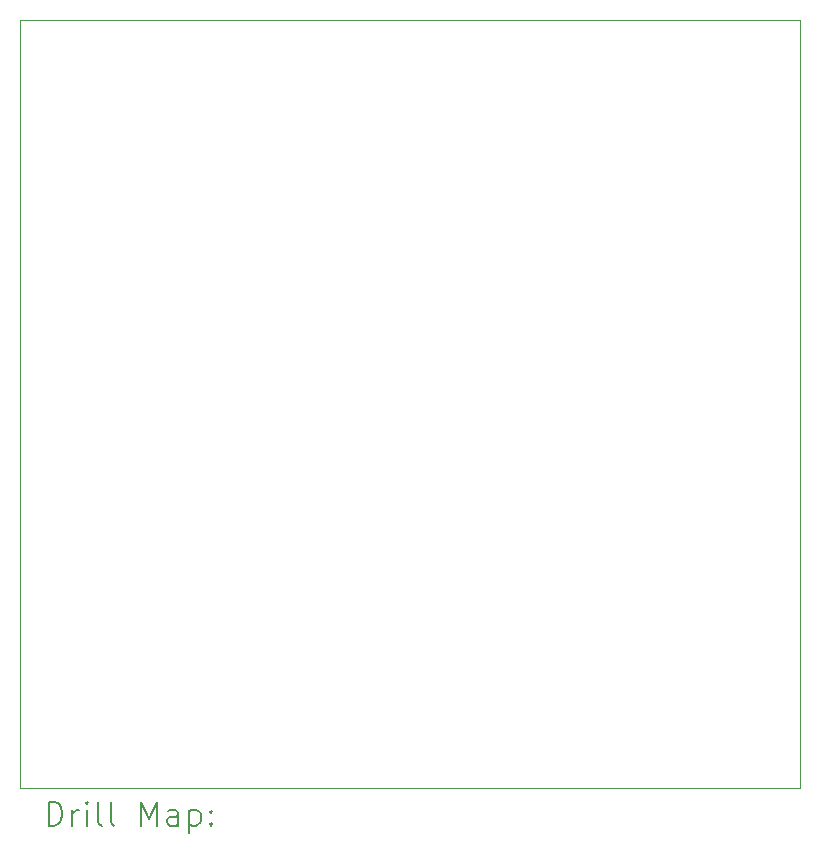
<source format=gbr>
%TF.GenerationSoftware,KiCad,Pcbnew,7.0.1-0*%
%TF.CreationDate,2023-05-12T11:36:12+01:00*%
%TF.ProjectId,rs232,72733233-322e-46b6-9963-61645f706362,rev?*%
%TF.SameCoordinates,Original*%
%TF.FileFunction,Drillmap*%
%TF.FilePolarity,Positive*%
%FSLAX45Y45*%
G04 Gerber Fmt 4.5, Leading zero omitted, Abs format (unit mm)*
G04 Created by KiCad (PCBNEW 7.0.1-0) date 2023-05-12 11:36:12*
%MOMM*%
%LPD*%
G01*
G04 APERTURE LIST*
%ADD10C,0.100000*%
%ADD11C,0.200000*%
G04 APERTURE END LIST*
D10*
X17700000Y-8400000D02*
X24300000Y-8400000D01*
X24300000Y-14900000D01*
X17700000Y-14900000D01*
X17700000Y-8400000D01*
D11*
X17942619Y-15217524D02*
X17942619Y-15017524D01*
X17942619Y-15017524D02*
X17990238Y-15017524D01*
X17990238Y-15017524D02*
X18018810Y-15027048D01*
X18018810Y-15027048D02*
X18037857Y-15046095D01*
X18037857Y-15046095D02*
X18047381Y-15065143D01*
X18047381Y-15065143D02*
X18056905Y-15103238D01*
X18056905Y-15103238D02*
X18056905Y-15131809D01*
X18056905Y-15131809D02*
X18047381Y-15169905D01*
X18047381Y-15169905D02*
X18037857Y-15188952D01*
X18037857Y-15188952D02*
X18018810Y-15208000D01*
X18018810Y-15208000D02*
X17990238Y-15217524D01*
X17990238Y-15217524D02*
X17942619Y-15217524D01*
X18142619Y-15217524D02*
X18142619Y-15084190D01*
X18142619Y-15122286D02*
X18152143Y-15103238D01*
X18152143Y-15103238D02*
X18161667Y-15093714D01*
X18161667Y-15093714D02*
X18180714Y-15084190D01*
X18180714Y-15084190D02*
X18199762Y-15084190D01*
X18266429Y-15217524D02*
X18266429Y-15084190D01*
X18266429Y-15017524D02*
X18256905Y-15027048D01*
X18256905Y-15027048D02*
X18266429Y-15036571D01*
X18266429Y-15036571D02*
X18275952Y-15027048D01*
X18275952Y-15027048D02*
X18266429Y-15017524D01*
X18266429Y-15017524D02*
X18266429Y-15036571D01*
X18390238Y-15217524D02*
X18371190Y-15208000D01*
X18371190Y-15208000D02*
X18361667Y-15188952D01*
X18361667Y-15188952D02*
X18361667Y-15017524D01*
X18495000Y-15217524D02*
X18475952Y-15208000D01*
X18475952Y-15208000D02*
X18466429Y-15188952D01*
X18466429Y-15188952D02*
X18466429Y-15017524D01*
X18723571Y-15217524D02*
X18723571Y-15017524D01*
X18723571Y-15017524D02*
X18790238Y-15160381D01*
X18790238Y-15160381D02*
X18856905Y-15017524D01*
X18856905Y-15017524D02*
X18856905Y-15217524D01*
X19037857Y-15217524D02*
X19037857Y-15112762D01*
X19037857Y-15112762D02*
X19028333Y-15093714D01*
X19028333Y-15093714D02*
X19009286Y-15084190D01*
X19009286Y-15084190D02*
X18971190Y-15084190D01*
X18971190Y-15084190D02*
X18952143Y-15093714D01*
X19037857Y-15208000D02*
X19018810Y-15217524D01*
X19018810Y-15217524D02*
X18971190Y-15217524D01*
X18971190Y-15217524D02*
X18952143Y-15208000D01*
X18952143Y-15208000D02*
X18942619Y-15188952D01*
X18942619Y-15188952D02*
X18942619Y-15169905D01*
X18942619Y-15169905D02*
X18952143Y-15150857D01*
X18952143Y-15150857D02*
X18971190Y-15141333D01*
X18971190Y-15141333D02*
X19018810Y-15141333D01*
X19018810Y-15141333D02*
X19037857Y-15131809D01*
X19133095Y-15084190D02*
X19133095Y-15284190D01*
X19133095Y-15093714D02*
X19152143Y-15084190D01*
X19152143Y-15084190D02*
X19190238Y-15084190D01*
X19190238Y-15084190D02*
X19209286Y-15093714D01*
X19209286Y-15093714D02*
X19218810Y-15103238D01*
X19218810Y-15103238D02*
X19228333Y-15122286D01*
X19228333Y-15122286D02*
X19228333Y-15179428D01*
X19228333Y-15179428D02*
X19218810Y-15198476D01*
X19218810Y-15198476D02*
X19209286Y-15208000D01*
X19209286Y-15208000D02*
X19190238Y-15217524D01*
X19190238Y-15217524D02*
X19152143Y-15217524D01*
X19152143Y-15217524D02*
X19133095Y-15208000D01*
X19314048Y-15198476D02*
X19323571Y-15208000D01*
X19323571Y-15208000D02*
X19314048Y-15217524D01*
X19314048Y-15217524D02*
X19304524Y-15208000D01*
X19304524Y-15208000D02*
X19314048Y-15198476D01*
X19314048Y-15198476D02*
X19314048Y-15217524D01*
X19314048Y-15093714D02*
X19323571Y-15103238D01*
X19323571Y-15103238D02*
X19314048Y-15112762D01*
X19314048Y-15112762D02*
X19304524Y-15103238D01*
X19304524Y-15103238D02*
X19314048Y-15093714D01*
X19314048Y-15093714D02*
X19314048Y-15112762D01*
M02*

</source>
